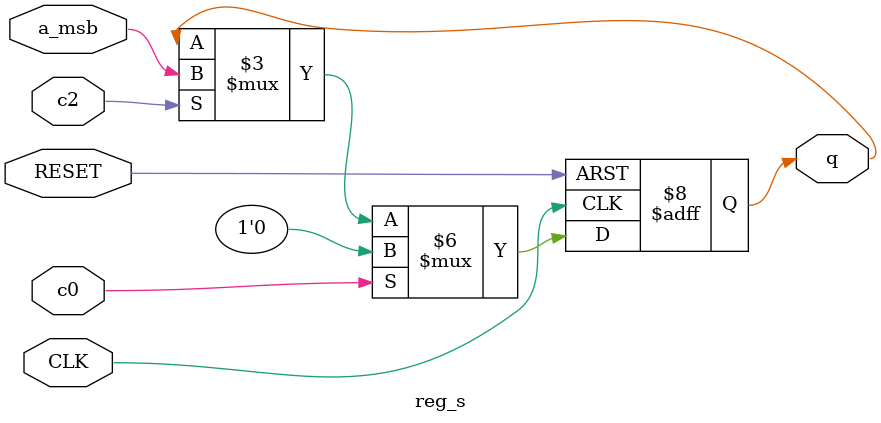
<source format=v>
`ifndef REG_S_V
`define REG_S_V

module reg_s (
  input CLK, RESET, c0, c2, a_msb,
  output reg q
);

always @(posedge CLK, negedge RESET) begin
  if(!RESET)
    q <= 0;
  else if(c0)
    q <= 0;
  else if(c2)
    q <= a_msb;
  end
  
endmodule

`endif
</source>
